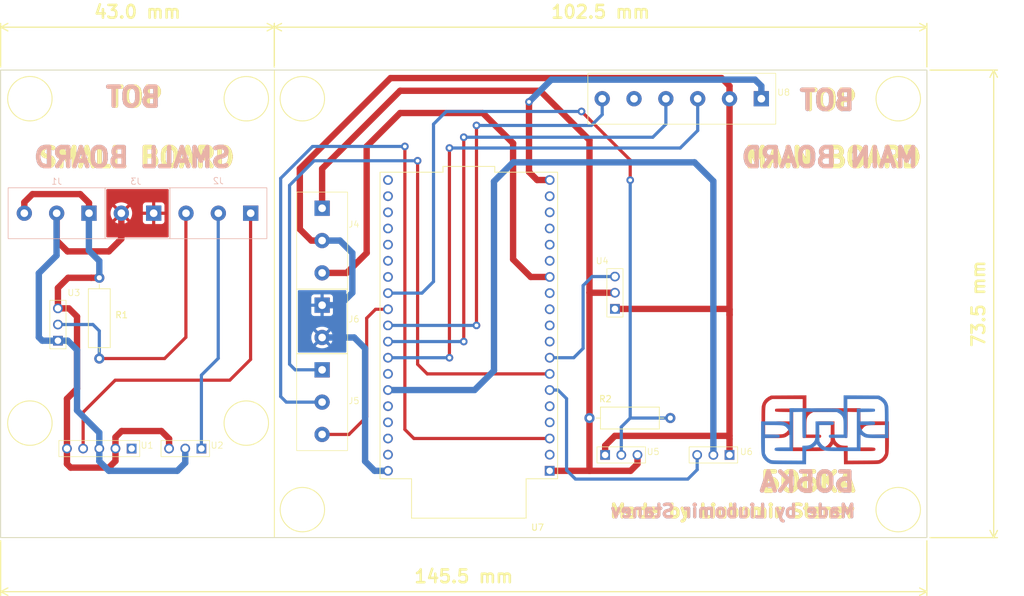
<source format=kicad_pcb>
(kicad_pcb (version 20221018) (generator pcbnew)
  (layers (0 "F.Cu" signal) (31 "B.Cu" signal) (34 "B.Paste" user) (35 "F.Paste" user) (36 "B.SilkS" user "B.Silkscreen") (37 "F.SilkS" user "F.Silkscreen") (38 "B.Mask" user) (39 "F.Mask" user) (44 "Edge.Cuts" user))
  (net 0 "")
  (net 1 "+3V3")
  (net 2 "+3.3V")
  (net 3 "/air_temp")
  (net 4 "GND")
  (net 5 "/water_temp")
  (net 6 "/uv_out")
  (net 7 "/brightness_out")
  (net 8 "/uv_ref_main")
  (net 9 "GND1")
  (net 10 "/uv_out_main")
  (net 11 "/brightness_out_main")
  (net 12 "/air_temp_main")
  (net 13 "/water_level")
  (net 14 "/turbidity")
  (net 15 "+5V")
  (net 16 "/water_level_power")
  (net 17 "/relay_brightness_lamp")
  (net 18 "/relay_uv_lamp")
  (net 19 "/relay_heater")
  (footprint "Diplomna:3pin_holes" (layer "F.Cu") (at 148 101)
    (fp_text reference "U5")
    (fp_text value "DS18B20-water")
  )
  (footprint "MountingHole:MountingHole_3.2mm_M3" (layer "F.Cu") (at 89.1 96)
    (fp_text reference "REF**" hide)
    (fp_text value "MountingHole_3.2mm_M3" hide)
  )
  (footprint "Resistor_THT:R_Axial_DIN0309_L9.0mm_D3.2mm_P12.70mm_Horizontal" (layer "F.Cu") (at 66 73.15 -90)
    (fp_text reference "R1")
    (fp_text value "2.2k" hide)
  )
  (footprint "MountingHole:MountingHole_3.2mm_M3" (layer "F.Cu") (at 97.9 109.6)
    (fp_text reference "REF**" hide)
    (fp_text value "MountingHole_3.2mm_M3" hide)
  )
  (footprint "MountingHole:MountingHole_3.2mm_M3" (layer "F.Cu") (at 187 85.5)
    (fp_text reference "REF**" hide)
    (fp_text value "MountingHole_3.2mm_M3" hide)
  )
  (footprint "Diplomna:connector_3p" (layer "F.Cu") (at 101 67.3 -90)
    (fp_text reference "J4")
    (fp_text value "Conn_01x03_Pin" hide)
  )
  (footprint "Diplomna:3pin_holes" (layer "F.Cu") (at 79.5 100 180)
    (fp_text reference "U2")
    (fp_text value "TEMT6000")
  )
  (footprint "Diplomna:connector_6p" (layer "F.Cu") (at 164.5 45 180)
    (fp_text reference "U8")
    (fp_text value "Relay module")
  )
  (footprint "MountingHole:MountingHole_3.2mm_M3" (layer "F.Cu") (at 191.5 45)
    (fp_text reference "REF**" hide)
    (fp_text value "MountingHole_3.2mm_M3" hide)
  )
  (footprint "MountingHole:MountingHole_3.2mm_M3" (layer "F.Cu") (at 55.1 45)
    (fp_text reference "REF**" hide)
    (fp_text value "MountingHole_3.2mm_M3" hide)
  )
  (footprint "Diplomna:MODULE_ESP32-DEVKITC" (layer "F.Cu") (at 124.05 80.65 180)
    (fp_text reference "U7")
    (fp_text value "ESP32")
  )
  (footprint "MountingHole:MountingHole_3.2mm_M3" (layer "F.Cu") (at 97.9 45)
    (fp_text reference "REF**" hide)
    (fp_text value "MountingHole_3.2mm_M3" hide)
  )
  (footprint "Diplomna:connector_2p" (layer "F.Cu") (at 101 80 -90)
    (fp_text reference "J6")
    (fp_text value "Conn_01x02_Pin" hide)
  )
  (footprint "MountingHole:MountingHole_3.2mm_M3" (layer "F.Cu") (at 157 85.5)
    (fp_text reference "REF**" hide)
    (fp_text value "MountingHole_3.2mm_M3" hide)
  )
  (footprint "Diplomna:connector_3p" (layer "F.Cu") (at 101 92.7 -90)
    (fp_text reference "J5")
    (fp_text value "Conn_01x03_Pin" hide)
  )
  (footprint "LOGO" (layer "F.Cu") (at 180 97)
    (fp_text reference "G***" hide)
    (fp_text value "LOGO" hide)
  )
  (footprint "Resistor_THT:R_Axial_DIN0309_L9.0mm_D3.2mm_P12.70mm_Horizontal" (layer "F.Cu") (at 143 95.2)
    (fp_text reference "R2")
    (fp_text value "2.2k" hide)
  )
  (footprint "Diplomna:3pin_holes" (layer "F.Cu") (at 162.46 101 180)
    (fp_text reference "U6")
    (fp_text value "Water Level Sensor")
  )
  (footprint "Diplomna:3pin_holes" (layer "F.Cu") (at 59.5 80.5 90)
    (fp_text reference "U3")
    (fp_text value "DS18B20-air")
  )
  (footprint "MountingHole:MountingHole_3.2mm_M3" (layer "F.Cu") (at 157 65.5)
    (fp_text reference "REF**" hide)
    (fp_text value "MountingHole_3.2mm_M3" hide)
  )
  (footprint "MountingHole:MountingHole_3.2mm_M3" (layer "F.Cu") (at 187 65.5)
    (fp_text reference "REF**" hide)
    (fp_text value "MountingHole_3.2mm_M3" hide)
  )
  (footprint "Diplomna:3pin_holes" (layer "F.Cu") (at 147 75.5 90)
    (fp_text reference "U4")
    (fp_text value "Turbidity sensor")
  )
  (footprint "MountingHole:MountingHole_3.2mm_M3" (layer "F.Cu") (at 191.5 109.6)
    (fp_text reference "REF**" hide)
    (fp_text value "MountingHole_3.2mm_M3" hide)
  )
  (footprint "MountingHole:MountingHole_3.2mm_M3" (layer "F.Cu") (at 55.1 96)
    (fp_text reference "REF**" hide)
    (fp_text value "MountingHole_3.2mm_M3" hide)
  )
  (footprint "MountingHole:MountingHole_3.2mm_M3" (layer "F.Cu") (at 89.1 45)
    (fp_text reference "REF**" hide)
    (fp_text value "MountingHole_3.2mm_M3" hide)
  )
  (footprint "Diplomna:5pin_holes" (layer "F.Cu") (at 66 100 180)
    (fp_text reference "U1")
    (fp_text value "GY-8511 UV sensor")
  )
  (footprint "Diplomna:connector_3p" (layer "B.Cu") (at 59.3 63 180)
    (fp_text reference "J1")
    (fp_text value "Conn_01x03_Pin" hide)
  )
  (footprint "Diplomna:connector_3p" (layer "B.Cu") (at 84.7 63 180)
    (fp_text reference "J2")
    (fp_text value "Conn_01x03_Pin" hide)
  )
  (footprint "LOGO" (layer "B.Cu") (at 180 97 180)
    (fp_text reference "G***" hide)
    (fp_text value "LOGO" hide)
  )
  (footprint "Diplomna:connector_2p" (layer "B.Cu") (at 72 63 180)
    (fp_text reference "J3")
    (fp_text value "Conn_01x02_Pin" hide)
  )
  (gr_circle (center 55.092849 44.992849) (end 53.692849 41.792849) (stroke (width 0.15)) (fill none) (layer "F.SilkS"))
  (gr_circle (center 89.092849 96) (end 87.692849 92.8) (stroke (width 0.15)) (fill none) (layer "F.SilkS"))
  (gr_circle (center 191.5 109.6) (end 190.1 106.4) (stroke (width 0.15)) (fill none) (layer "F.SilkS"))
  (gr_circle (center 89.092849 45) (end 87.692849 41.8) (stroke (width 0.15)) (fill none) (layer "F.SilkS"))
  (gr_rect (start 50.5 40.5) (end 196 114) (stroke (width 0.15)) (fill none) (layer "F.SilkS"))
  (gr_circle (center 191.507151 45) (end 190.107151 41.8) (stroke (width 0.15)) (fill none) (layer "F.SilkS"))
  (gr_circle (center 97.9 109.6) (end 96.3 106.5) (stroke (width 0.15)) (fill none) (layer "F.SilkS"))
  (gr_line (start 93.5 40.5) (end 93.5 113.95) (stroke (width 0.15)) (layer "F.SilkS"))
  (gr_circle (center 55.092849 96) (end 53.692849 92.8) (stroke (width 0.15)) (fill none) (layer "F.SilkS"))
  (gr_circle (center 97.892849 45) (end 96.492849 41.8) (stroke (width 0.15)) (fill none) (layer "F.SilkS"))
  (gr_rect (start 50.5 40.5) (end 196 114) (stroke (width 0.1)) (fill none) (layer "Edge.Cuts"))
  (gr_text "Made by Liubomir Stanev" (at 146 111) (layer "F.Cu") (effects (font (size 2 2) (thickness 0.5) bold) (justify left bottom)))
  (gr_text "MAIN BOARD" (at 167 56) (layer "F.Cu") (effects (font (size 3 3) (thickness 0.7) bold) (justify left bottom)))
  (gr_text "SMALL BOARD" (at 56 56) (layer "F.Cu") (effects (font (size 3 3) (thickness 0.7) bold) (justify left bottom)))
  (gr_text "TOP" (at 67 46.5) (layer "F.Cu") (effects (font (size 3 3) (thickness 0.7) bold) (justify left bottom)))
  (gr_text "TOP" (at 176 47) (layer "F.Cu") (effects (font (size 3 3) (thickness 0.7) bold) (justify left bottom)))
  (gr_text "БОБКА" (at 169.5 107) (layer "F.Cu") (effects (font (size 3 3) (thickness 0.7) bold) (justify left bottom)))
  (gr_text "БОБКА" (at 185 107) (layer "B.Cu") (effects (font (size 3 3) (thickness 0.7) bold) (justify left bottom mirror)))
  (gr_text "MAIN BOARD" (at 195 56) (layer "B.Cu") (effects (font (size 3 3) (thickness 0.7) bold) (justify left bottom mirror)))
  (gr_text "BOT" (at 185 47) (layer "B.Cu") (effects (font (size 3 3) (thickness 0.7) bold) (justify left bottom mirror)))
  (gr_text "Made by Liubomir Stanev" (at 185 111) (layer "B.Cu") (effects (font (size 2 2) (thickness 0.5) bold) (justify left bottom mirror)))
  (gr_text "SMALL BOARD" (at 87 56) (layer "B.Cu") (effects (font (size 3 3) (thickness 0.7) bold) (justify left bottom mirror)))
  (gr_text "BOT" (at 76 46.5) (layer "B.Cu") (effects (font (size 3 3) (thickness 0.7) bold) (justify left bottom mirror)))
  (gr_text "БОБКА" (at 185 107) (layer "B.SilkS") (effects (font (size 3 3) (thickness 0.7) bold) (justify left bottom mirror)))
  (gr_text "SMALL BOARD" (at 87 56) (layer "B.SilkS") (effects (font (size 3 3) (thickness 0.7) bold) (justify left bottom mirror)))
  (gr_text "BOT" (at 185 47) (layer "B.SilkS") (effects (font (size 3 3) (thickness 0.7) bold) (justify left bottom mirror)))
  (gr_text "Made by Liubomir Stanev" (at 185 111) (layer "B.SilkS") (effects (font (size 2 2) (thickness 0.5) bold) (justify left bottom mirror)))
  (gr_text "MAIN BOARD" (at 195 56) (layer "B.SilkS") (effects (font (size 3 3) (thickness 0.7) bold) (justify left bottom mirror)))
  (gr_text "BOT" (at 76 46.5) (layer "B.SilkS") (effects (font (size 3 3) (thickness 0.7) bold) (justify left bottom mirror)))
  (gr_text "Made by Liubomir Stanev" (at 146 111) (layer "F.SilkS") (effects (font (size 2 2) (thickness 0.5) bold) (justify left bottom)))
  (gr_text "TOP" (at 67 46.5) (layer "F.SilkS") (effects (font (size 3 3) (thickness 0.7) bold) (justify left bottom)))
  (gr_text "MAIN BOARD" (at 167 56) (layer "F.SilkS") (effects (font (size 3 3) (thickness 0.7) bold) (justify left bottom)))
  (gr_text "SMALL BOARD" (at 56 56) (layer "F.SilkS") (effects (font (size 3 3) (thickness 0.7) bold) (justify left bottom)))
  (gr_text "TOP" (at 176 47) (layer "F.SilkS") (effects (font (size 3 3) (thickness 0.7) bold) (justify left bottom)))
  (gr_text "БОБКА" (at 169.5 107) (layer "F.SilkS") (effects (font (size 3 3) (thickness 0.7) bold) (justify left bottom)))
  (dimension (type aligned) (layer "F.SilkS") (pts (xy 50.5 40.5) (xy 93.5 40.5)) (height -6.75) (gr_text "43.0 mm" (at 72 31.35) (layer "F.SilkS") (effects (font (size 2 2) (thickness 0.4) bold))) (format (prefix "") (suffix "") (units 3) (units_format 1) (precision 1)) (style (thickness 0.2) (arrow_length 1.27) (text_position_mode 0) (extension_height 0.58642) (extension_offset 0.5) keep_text_aligned))
  (dimension (type aligned) (layer "F.SilkS") (pts (xy 196 114) (xy 50.5 114)) (height -8.5) (gr_text "145.5 mm" (at 123.25 120.1) (layer "F.SilkS") (effects (font (size 2 2) (thickness 0.4) bold))) (format (prefix "") (suffix "") (units 3) (units_format 1) (precision 1)) (style (thickness 0.2) (arrow_length 1.27) (text_position_mode 0) (extension_height 0.58642) (extension_offset 0.5) keep_text_aligned))
  (dimension (type aligned) (layer "F.SilkS") (pts (xy 196 40.5) (xy 93.5 40.5)) (height 6.75) (gr_text "102.5 mm" (at 144.75 31.35) (layer "F.SilkS") (effects (font (size 2 2) (thickness 0.4) bold))) (format (prefix "") (suffix "") (units 3) (units_format 1) (precision 1)) (style (thickness 0.2) (arrow_length 1.27) (text_position_mode 0) (extension_height 0.58642) (extension_offset 0.5) keep_text_aligned))
  (dimension (type aligned) (layer "F.SilkS") (pts (xy 196 40.5) (xy 196 114)) (height -10.5) (gr_text "73.5 mm" (at 204.1 77.25 90) (layer "F.SilkS") (effects (font (size 2 2) (thickness 0.4) bold))) (format (prefix "") (suffix "") (units 3) (units_format 1) (precision 1)) (style (thickness 0.2) (arrow_length 1.27) (text_position_mode 0) (extension_height 0.58642) (extension_offset 0.5) keep_text_aligned))
  (segment (start 64.38 61.38) (end 63 60) (width 1) (layer "F.Cu") (net 1))
  (segment (start 64.38 63) (end 64.38 61.38) (width 1) (layer "F.Cu") (net 1))
  (segment (start 60.92 100) (end 60.92 92.17) (width 1) (layer "F.Cu") (net 1))
  (segment (start 59.5 77.96) (end 59.5 74.75) (width 1) (layer "F.Cu") (net 1))
  (segment (start 69.5 97.25) (end 75.75 97.25) (width 1) (layer "F.Cu") (net 1))
  (segment (start 76.96 98.46) (end 76.96 100) (width 1) (layer "F.Cu") (net 1))
  (segment (start 62.5 79.25) (end 61.21 77.96) (width 1) (layer "F.Cu") (net 1))
  (segment (start 75.75 97.25) (end 76.96 98.46) (width 1) (layer "F.Cu") (net 1))
  (segment (start 63 60) (end 55.5 60) (width 1) (layer "F.Cu") (net 1))
  (segment (start 61.1 73.15) (end 64.75 73.15) (width 1) (layer "F.Cu") (net 1))
  (segment (start 62.5 90.59) (end 62.5 79.25) (width 1) (layer "F.Cu") (net 1))
  (segment (start 67.5 103) (end 68.54 101.96) (width 1) (layer "F.Cu") (net 1))
  (segment (start 68.54 98.21) (end 69.5 97.25) (width 1) (layer "F.Cu") (net 1))
  (segment (start 64.75 73.15) (end 66 73.15) (width 1) (layer "F.Cu") (net 1))
  (segment (start 55.5 60) (end 54.22 61.28) (width 1) (layer "F.Cu") (net 1))
  (segment (start 60.92 92.17) (end 62.5 90.59) (width 1) (layer "F.Cu") (net 1))
  (segment (start 60.92 100) (end 60.92 102.42) (width 1) (layer "F.Cu") (net 1))
  (segment (start 68.54 101.96) (end 68.54 100) (width 1) (layer "F.Cu") (net 1))
  (segment (start 54.22 61.28) (end 54.22 63) (width 1) (layer "F.Cu") (net 1))
  (segment (start 60.92 102.42) (end 61.5 103) (width 1) (layer "F.Cu") (net 1))
  (segment (start 61.21 77.96) (end 59.5 77.96) (width 1) (layer "F.Cu") (net 1))
  (segment (start 59.5 74.75) (end 61.1 73.15) (width 1) (layer "F.Cu") (net 1))
  (segment (start 68.54 100) (end 68.54 98.21) (width 1) (layer "F.Cu") (net 1))
  (segment (start 61.5 103) (end 67.5 103) (width 1) (layer "F.Cu") (net 1))
  (segment (start 64.3636 68.8636) (end 66 70.5) (width 1) (layer "B.Cu") (net 1))
  (segment (start 66 70.5) (end 66 73.15) (width 1) (layer "B.Cu") (net 1))
  (segment (start 64.3636 63) (end 64.3636 68.8636) (width 1) (layer "B.Cu") (net 1))
  (segment (start 143 95.2) (end 143 75.5) (width 1) (layer "F.Cu") (net 2))
  (segment (start 101 56) (end 101 62.22) (width 1) (layer "F.Cu") (net 2))
  (segment (start 113.25 43.75) (end 101 56) (width 1) (layer "F.Cu") (net 2))
  (segment (start 143 75.5) (end 143 51.5) (width 1) (layer "F.Cu") (net 2))
  (segment (start 147 75.5) (end 143 75.5) (width 1) (layer "F.Cu") (net 2))
  (segment (start 135.25 43.75) (end 113.25 43.75) (width 1) (layer "F.Cu") (net 2))
  (segment (start 143 103.5) (end 143 95.2) (width 1) (layer "F.Cu") (net 2))
  (segment (start 136.75 103.5) (end 143 103.5) (width 1) (layer "F.Cu") (net 2))
  (segment (start 143 51.5) (end 135.25 43.75) (width 1) (layer "F.Cu") (net 2))
  (segment (start 143 103.5) (end 149.46 103.5) (width 1) (layer "F.Cu") (net 2))
  (segment (start 149.46 103.5) (end 150.54 102.42) (width 1) (layer "F.Cu") (net 2))
  (segment (start 150.54 102.42) (end 150.54 101) (width 1) (layer "F.Cu") (net 2))
  (segment (start 76.2528 85.85) (end 66 85.85) (width 0.5) (layer "F.Cu") (net 3))
  (segment (start 79.6036 82.4992) (end 76.2528 85.85) (width 0.5) (layer "F.Cu") (net 3))
  (segment (start 79.6036 63) (end 79.6036 82.4992) (width 0.5) (layer "F.Cu") (net 3))
  (segment (start 65 80.5) (end 59.5 80.5) (width 0.5) (layer "B.Cu") (net 3))
  (segment (start 66 85.85) (end 66 81.5) (width 0.5) (layer "B.Cu") (net 3))
  (segment (start 66 81.5) (end 65 80.5) (width 0.5) (layer "B.Cu") (net 3))
  (segment (start 165 45) (end 165 43) (width 1) (layer "F.Cu") (net 4))
  (segment (start 163.75 41.75) (end 111.75 41.75) (width 1) (layer "F.Cu") (net 4))
  (segment (start 145.46 99.54) (end 147 98) (width 1) (layer "F.Cu") (net 4))
  (segment (start 165 43) (end 163.75 41.75) (width 1) (layer "F.Cu") (net 4))
  (segment (start 147 78.04) (end 164.935 78.04) (width 1) (layer "F.Cu") (net 4))
  (segment (start 165 98.5) (end 165 101) (width 1) (layer "F.Cu") (net 4))
  (segment (start 97.5 56) (end 97.5 65.5) (width 1) (layer "F.Cu") (net 4))
  (segment (start 99.3 67.3) (end 101 67.3) (width 1) (layer "F.Cu") (net 4))
  (segment (start 147 98) (end 165 98) (width 1) (layer "F.Cu") (net 4))
  (segment (start 111.75 41.75) (end 97.5 56) (width 1) (layer "F.Cu") (net 4))
  (segment (start 165 79) (end 165 98.5) (width 1) (layer "F.Cu") (net 4))
  (segment (start 165 79) (end 165 78.105) (width 1) (layer "F.Cu") (net 4))
  (segment (start 145.46 101) (end 145.46 99.54) (width 1) (layer "F.Cu") (net 4))
  (segment (start 97.5 65.5) (end 99.3 67.3) (width 1) (layer "F.Cu") (net 4))
  (segment (start 164.935 78.04) (end 165 78.105) (width 1) (layer "F.Cu") (net 4))
  (segment (start 165 45) (end 165 79) (width 1) (layer "F.Cu") (net 4))
  (segment (start 103.8 67.3) (end 101 67.3) (width 1) (layer "B.Cu") (net 4))
  (segment (start 105.75 75.5) (end 105.75 69.25) (width 1) (layer "B.Cu") (net 4))
  (segment (start 101 77.46) (end 103.79 77.46) (width 1) (layer "B.Cu") (net 4))
  (segment (start 109.25 103.5) (end 107.75 102) (width 1) (layer "B.Cu") (net 4))
  (segment (start 107.75 102) (end 107.75 84.25) (width 1) (layer "B.Cu") (net 4))
  (segment (start 105.75 69.25) (end 103.8 67.3) (width 1) (layer "B.Cu") (net 4))
  (segment (start 106.04 82.54) (end 101 82.54) (width 1) (layer "B.Cu") (net 4))
  (segment (start 107.75 84.25) (end 106.04 82.54) (width 1) (layer "B.Cu") (net 4))
  (segment (start 111.35 103.5) (end 109.25 103.5) (width 1) (layer "B.Cu") (net 4))
  (segment (start 103.79 77.46) (end 105.75 75.5) (width 1) (layer "B.Cu") (net 4))
  (segment (start 141.75 47) (end 149.4 54.65) (width 0.5) (layer "F.Cu") (net 5))
  (segment (start 149.4 54.65) (end 149.4 57.8) (width 0.5) (layer "F.Cu") (net 5))
  (via (at 149.4 57.8) (size 1.2) (drill 0.6) (layers "F.Cu" "B.Cu") (net 5))
  (via (at 141.75 47) (size 1.2) (drill 0.6) (layers "F.Cu" "B.Cu") (net 5))
  (segment (start 118.5 73.75) (end 116.69 75.56) (width 0.5) (layer "B.Cu") (net 5))
  (segment (start 118.5 49) (end 118.5 73.75) (width 0.5) (layer "B.Cu") (net 5))
  (segment (start 149.4 95.2) (end 149.4 57.8) (width 0.5) (layer "B.Cu") (net 5))
  (segment (start 120.5 47) (end 118.5 49) (width 0.5) (layer "B.Cu") (net 5))
  (segment (start 148 96.6) (end 148 101) (width 0.5) (layer "B.Cu") (net 5))
  (segment (start 116.69 75.56) (end 111.35 75.56) (width 0.5) (layer "B.Cu") (net 5))
  (segment (start 149.4 95.2) (end 148 96.6) (width 0.5) (layer "B.Cu") (net 5))
  (segment (start 149.4 95.2) (end 155.7 95.2) (width 0.5) (layer "B.Cu") (net 5))
  (segment (start 141.75 47) (end 120.5 47) (width 0.5) (layer "B.Cu") (net 5))
  (segment (start 68.5 89.25) (end 63.46 94.29) (width 0.5) (layer "F.Cu") (net 6))
  (segment (start 63.46 94.29) (end 63.46 100) (width 0.5) (layer "F.Cu") (net 6))
  (segment (start 86.5 89.25) (end 68.5 89.25) (width 0.5) (layer "F.Cu") (net 6))
  (segment (start 89.7636 85.9864) (end 86.5 89.25) (width 0.5) (layer "F.Cu") (net 6))
  (segment (start 89.7636 63) (end 89.7636 85.9864) (width 0.5) (layer "F.Cu") (net 6))
  (segment (start 82.04 88.46) (end 82.04 100) (width 0.5) (layer "B.Cu") (net 7))
  (segment (start 84.6836 85.8164) (end 82.04 88.46) (width 0.5) (layer "B.Cu") (net 7))
  (segment (start 84.6836 63) (end 84.6836 85.8164) (width 0.5) (layer "B.Cu") (net 7))
  (segment (start 131 52) (end 126.244 47.244) (width 1) (layer "F.Cu") (net 8))
  (segment (start 108 69.25) (end 104.87 72.38) (width 1) (layer "F.Cu") (net 8))
  (segment (start 133.77 73.02) (end 131 70.25) (width 1) (layer "F.Cu") (net 8))
  (segment (start 136.7 73.02) (end 133.77 73.02) (width 1) (layer "F.Cu") (net 8))
  (segment (start 126.244 47.244) (end 113.256 47.244) (width 1) (layer "F.Cu") (net 8))
  (segment (start 131 70.25) (end 131 52) (width 1) (layer "F.Cu") (net 8))
  (segment (start 108 52.5) (end 108 69.25) (width 1) (layer "F.Cu") (net 8))
  (segment (start 104.87 72.38) (end 101 72.38) (width 1) (layer "F.Cu") (net 8))
  (segment (start 113.256 47.244) (end 108 52.5) (width 1) (layer "F.Cu") (net 8))
  (segment (start 67.5 69) (end 61 69) (width 1) (layer "F.Cu") (net 9))
  (segment (start 61 69) (end 59.3 67.3) (width 1) (layer "F.Cu") (net 9))
  (segment (start 69.46 67.04) (end 67.5 69) (width 1) (layer "F.Cu") (net 9))
  (segment (start 69.46 63) (end 69.46 67.04) (width 1) (layer "F.Cu") (net 9))
  (segment (start 59.3 67.3) (end 59.3 63) (width 1) (layer "F.Cu") (net 9))
  (segment (start 67.5 103.5) (end 66 102) (width 1) (layer "B.Cu") (net 9))
  (segment (start 79.5 102.25) (end 78.25 103.5) (width 1) (layer "B.Cu") (net 9))
  (segment (start 66 97.5) (end 62.5 94) (width 1) (layer "B.Cu") (net 9))
  (segment (start 56.5 82.5) (end 56.5 72.4304) (width 1) (layer "B.Cu") (net 9))
  (segment (start 79.5 100) (end 79.5 102.25) (width 1) (layer "B.Cu") (net 9))
  (segment (start 62.5 84.5) (end 61.04 83.04) (width 1) (layer "B.Cu") (net 9))
  (segment (start 59.2836 69.6468) (end 59.2836 63) (width 1) (layer "B.Cu") (net 9))
  (segment (start 66 100) (end 66 97.5) (width 1) (layer "B.Cu") (net 9))
  (segment (start 61.04 83.04) (end 59.5 83.04) (width 1) (layer "B.Cu") (net 9))
  (segment (start 78.25 103.5) (end 67.5 103.5) (width 1) (layer "B.Cu") (net 9))
  (segment (start 66 102) (end 66 100) (width 1) (layer "B.Cu") (net 9))
  (segment (start 57.04 83.04) (end 56.5 82.5) (width 1) (layer "B.Cu") (net 9))
  (segment (start 59.5 83.04) (end 57.04 83.04) (width 1) (layer "B.Cu") (net 9))
  (segment (start 62.5 94) (end 62.5 84.5) (width 1) (layer "B.Cu") (net 9))
  (segment (start 56.5 72.4304) (end 59.2836 69.6468) (width 1) (layer "B.Cu") (net 9))
  (segment (start 136.7 88.26) (end 117.51 88.26) (width 0.5) (layer "F.Cu") (net 10))
  (segment (start 117.51 88.26) (end 116 86.75) (width 0.5) (layer "F.Cu") (net 10))
  (segment (start 116 86.75) (end 116 54.75) (width 0.5) (layer "F.Cu") (net 10))
  (via (at 116 54.75) (size 1.2) (drill 0.6) (layers "F.Cu" "B.Cu") (net 10))
  (segment (start 116 54.75) (end 99.75 54.75) (width 0.5) (layer "B.Cu") (net 10))
  (segment (start 99.75 54.75) (end 95.885 58.615) (width 0.5) (layer "B.Cu") (net 10))
  (segment (start 96.764 87.62) (end 101 87.62) (width 0.5) (layer "B.Cu") (net 10))
  (segment (start 95.885 58.615) (end 95.885 86.741) (width 0.5) (layer "B.Cu") (net 10))
  (segment (start 95.885 86.741) (end 96.764 87.62) (width 0.5) (layer "B.Cu") (net 10))
  (segment (start 115.42 98.42) (end 136.7 98.42) (width 0.5) (layer "F.Cu") (net 11))
  (segment (start 114 97) (end 115.42 98.42) (width 0.5) (layer "F.Cu") (net 11))
  (segment (start 114 52.5) (end 114 97) (width 0.5) (layer "F.Cu") (net 11))
  (via (at 114 52.5) (size 1.2) (drill 0.6) (layers "F.Cu" "B.Cu") (net 11))
  (segment (start 114 52.5) (end 99.5 52.5) (width 0.5) (layer "B.Cu") (net 11))
  (segment (start 95.367 92.7) (end 101 92.7) (width 0.5) (layer "B.Cu") (net 11))
  (segment (start 94.488 57.512) (end 94.488 91.821) (width 0.5) (layer "B.Cu") (net 11))
  (segment (start 99.5 52.5) (end 94.488 57.512) (width 0.5) (layer "B.Cu") (net 11))
  (segment (start 94.488 91.821) (end 95.367 92.7) (width 0.5) (layer "B.Cu") (net 11))
  (segment (start 101 97.78) (end 105.22 97.78) (width 0.5) (layer "F.Cu") (net 12))
  (segment (start 109.4 78.1) (end 111.35 78.1) (width 0.5) (layer "F.Cu") (net 12))
  (segment (start 105.22 97.78) (end 108 95) (width 0.5) (layer "F.Cu") (net 12))
  (segment (start 108 79.5) (end 109.4 78.1) (width 0.5) (layer "F.Cu") (net 12))
  (segment (start 108 95) (end 108 79.5) (width 0.5) (layer "F.Cu") (net 12))
  (segment (start 159.92 103.33) (end 159.92 101) (width 0.5) (layer "B.Cu") (net 13))
  (segment (start 139.4 92.15) (end 139.4 103.4) (width 0.5) (layer "B.Cu") (net 13))
  (segment (start 138.05 90.8) (end 139.4 92.15) (width 0.5) (layer "B.Cu") (net 13))
  (segment (start 158.45 104.8) (end 159.92 103.33) (width 0.5) (layer "B.Cu") (net 13))
  (segment (start 140.8 104.8) (end 158.45 104.8) (width 0.5) (layer "B.Cu") (net 13))
  (segment (start 136.7 90.8) (end 138.05 90.8) (width 0.5) (layer "B.Cu") (net 13))
  (segment (start 139.4 103.4) (end 140.8 104.8) (width 0.5) (layer "B.Cu") (net 13))
  (segment (start 140.53 85.72) (end 142 84.25) (width 0.5) (layer "B.Cu") (net 14))
  (segment (start 143.415 72.96) (end 147 72.96) (width 0.5) (layer "B.Cu") (net 14))
  (segment (start 136.7 85.72) (end 140.53 85.72) (width 0.5) (layer "B.Cu") (net 14))
  (segment (start 142 74.375) (end 143.415 72.96) (width 0.5) (layer "B.Cu") (net 14))
  (segment (start 142 84.25) (end 142 74.375) (width 0.5) (layer "B.Cu") (net 14))
  (segment (start 133.5 56.5) (end 134.78 57.78) (width 1) (layer "F.Cu") (net 15))
  (segment (start 133.5 45.5) (end 133.5 56.5) (width 1) (layer "F.Cu") (net 15))
  (segment (start 134.78 57.78) (end 136.7 57.78) (width 1) (layer "F.Cu") (net 15))
  (via (at 133.5 45.5) (size 1.2) (drill 0.6) (layers "F.Cu" "B.Cu") (net 15))
  (segment (start 137 42) (end 169 42) (width 1) (layer "B.Cu") (net 15))
  (segment (start 169 42) (end 170 43) (width 1) (layer "B.Cu") (net 15))
  (segment (start 133.5 45.5) (end 137 42) (width 1) (layer "B.Cu") (net 15))
  (segment (start 170 43) (end 170 45) (width 1) (layer "B.Cu") (net 15))
  (segment (start 159.5 55) (end 131 55) (width 1) (layer "B.Cu") (net 16))
  (segment (start 128 87.75) (end 124.95 90.8) (width 1) (layer "B.Cu") (net 16))
  (segment (start 131 55) (end 128 58) (width 1) (layer "B.Cu") (net 16))
  (segment (start 124.95 90.8) (end 111.35 90.8) (width 1) (layer "B.Cu") (net 16))
  (segment (start 162.46 101) (end 162.46 57.96) (width 1) (layer "B.Cu") (net 16))
  (segment (start 162.46 57.96) (end 159.5 55) (width 1) (layer "B.Cu") (net 16))
  (segment (start 128 58) (end 128 87.75) (width 1) (layer "B.Cu") (net 16))
  (segment (start 121 52.75) (end 121 85.72) (width 0.5) (layer "F.Cu") (net 17))
  (via (at 121 52.75) (size 1.2) (drill 0.6) (layers "F.Cu" "B.Cu") (net 17))
  (via (at 121 85.72) (size 1.2) (drill 0.6) (layers "F.Cu" "B.Cu") (net 17))
  (segment (start 157.25 52.75) (end 160 50) (width 0.5) (layer "B.Cu") (net 17))
  (segment (start 111.35 85.72) (end 121 85.72) (width 0.5) (layer "B.Cu") (net 17))
  (segment (start 160 50) (end 160 45) (width 0.5) (layer "B.Cu") (net 17))
  (segment (start 121 52.75) (end 157.25 52.75) (width 0.5) (layer "B.Cu") (net 17))
  (segment (start 123.25 51.054) (end 123.25 82.85) (width 0.5) (layer "F.Cu") (net 18))
  (via (at 123.25 83.18) (size 1.2) (drill 0.6) (layers "F.Cu" "B.Cu") (net 18))
  (via (at 123.25 51.054) (size 1.2) (drill 0.6) (layers "F.Cu" "B.Cu") (net 18))
  (segment (start 152.946 51.054) (end 155 49) (width 0.5) (layer "B.Cu") (net 18))
  (segment (start 155 49) (end 155 45) (width 0.5) (layer "B.Cu") (net 18))
  (segment (start 111.35 83.18) (end 123.25 83.18) (width 0.5) (layer "B.Cu") (net 18))
  (segment (start 152.946 51.054) (end 123.25 51.054) (width 0.5) (layer "B.Cu") (net 18))
  (segment (start 125.25 49.2) (end 125.25 80.64) (width 0.5) (layer "F.Cu") (net 19))
  (via (at 125.25 49.2) (size 1.2) (drill 0.6) (layers "F.Cu" "B.Cu") (net 19))
  (via (at 125.25 80.64) (size 1.2) (drill 0.6) (layers "F.Cu" "B.Cu") (net 19))
  (segment (start 143.3 49.2) (end 125.25 49.2) (width 0.5) (layer "B.Cu") (net 19))
  (segment (start 145 47.5) (end 143.3 49.2) (width 0.5) (layer "B.Cu") (net 19))
  (segment (start 111.35 80.64) (end 125.25 80.64) (width 0.5) (layer "B.Cu") (net 19))
  (segment (start 145 45) (end 145 47.5) (width 0.5) (layer "B.Cu") (net 19))
  (zone (net 9) (net_name "GND1") (layer "F.Cu") (connect_pads (clearance 0.5)) (min_thickness 0.25) (fill yes (thermal_gap 0.5) (thermal_bridge_width 0.5))
    (polygon (pts (xy 67.1 59.2) (xy 76.9 59.2) (xy 76.9 66.8) (xy 67.1 66.8)))
  )
  (zone (net 4) (net_name "GND") (layer "B.Cu") (priority 1) (connect_pads (clearance 0.5)) (min_thickness 0.25) (fill yes (thermal_gap 0.5) (thermal_bridge_width 0.5))
    (polygon (pts (xy 97.2 84.9) (xy 97.2 75.1) (xy 104.8 75.1) (xy 104.8 84.9)))
  )
)
</source>
